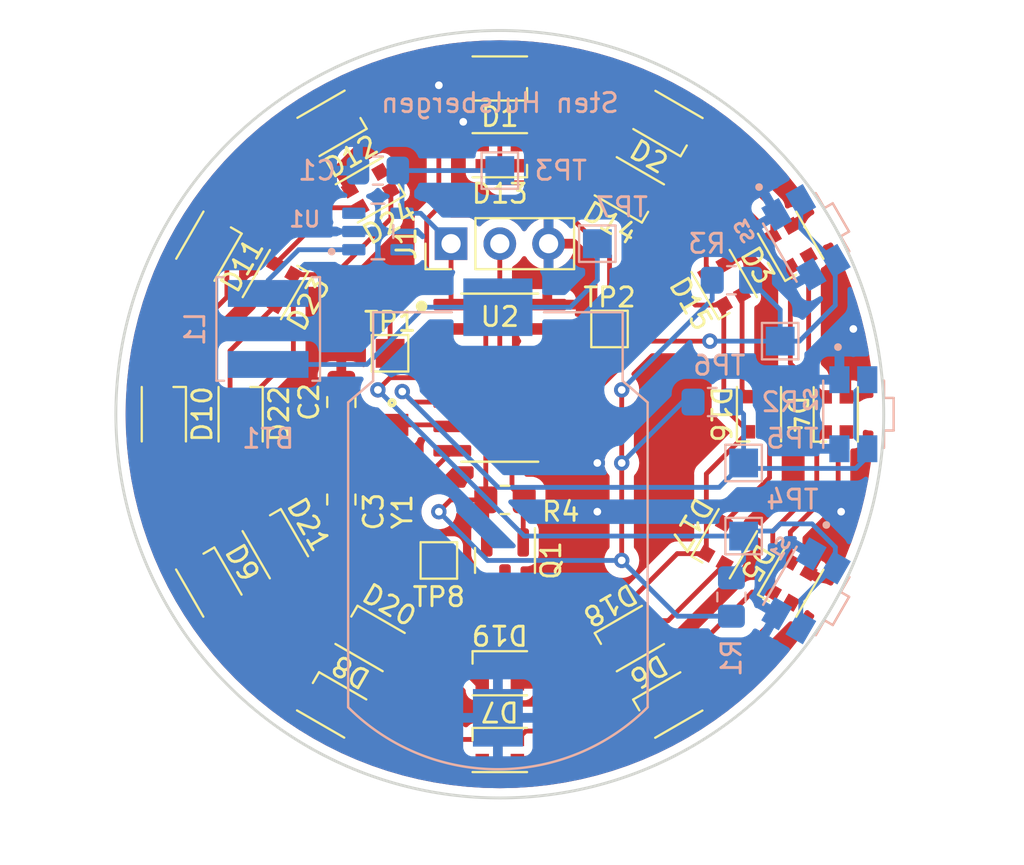
<source format=kicad_pcb>
(kicad_pcb (version 20211014) (generator pcbnew)
  (layers (0 "F.Cu" signal) (31 "B.Cu" signal) (34 "B.Paste" user) (35 "F.Paste" user) (36 "B.SilkS" user "B.Silkscreen") (37 "F.SilkS" user "F.Silkscreen") (38 "B.Mask" user) (39 "F.Mask" user) (44 "Edge.Cuts" user))
  (net 0 "")
  (net 1 "+5V")
  (net 2 "GND")
  (net 3 "TOSC1")
  (net 4 "TOSC2")
  (net 5 "VDD")
  (net 6 "Net-(D1-Pad2)")
  (net 7 "LEDS UREN")
  (net 8 "Net-(D2-Pad2)")
  (net 9 "Net-(D3-Pad2)")
  (net 10 "Net-(D4-Pad2)")
  (net 11 "Net-(D5-Pad2)")
  (net 12 "Net-(D6-Pad2)")
  (net 13 "Net-(D7-Pad2)")
  (net 14 "Net-(D8-Pad2)")
  (net 15 "Net-(D10-Pad4)")
  (net 16 "Net-(D10-Pad2)")
  (net 17 "Net-(D11-Pad2)")
  (net 19 "Net-(D13-Pad2)")
  (net 20 "LEDS MINUTEN")
  (net 21 "Net-(D14-Pad2)")
  (net 22 "Net-(D15-Pad2)")
  (net 23 "Net-(D16-Pad2)")
  (net 24 "Net-(D17-Pad2)")
  (net 25 "Net-(D18-Pad2)")
  (net 26 "Net-(D19-Pad2)")
  (net 27 "Net-(D20-Pad2)")
  (net 28 "Net-(D21-Pad2)")
  (net 29 "Net-(D22-Pad2)")
  (net 30 "Net-(D23-Pad2)")
  (net 32 "UDPI")
  (net 33 "VCC")
  (net 34 "Net-(L1-Pad2)")
  (net 35 "LEDS UIT")
  (net 36 "KNOP RECHTS")
  (net 37 "KNOP MIDDEN")
  (net 38 "KNOP LINKS")
  (footprint "LED_SMD:LED_WS2812B-2020_PLCC4_2.0x2.0mm" (layer "F.Cu") (at 66.320001 91.439022 -90)
    (fp_text reference "D10")
    (fp_text value "WS2812B" hide)
  )
  (footprint "LED_SMD:LED_WS2812B-2020_PLCC4_2.0x2.0mm" (layer "F.Cu") (at 95.506522 84.681656 120)
    (fp_text reference "D15")
    (fp_text value "WS2812B" hide)
  )
  (footprint "LED_SMD:LED_WS2812B-2020_PLCC4_2.0x2.0mm" (layer "F.Cu") (at 92.579258 76.289904 150)
    (fp_text reference "D2")
    (fp_text value "WS2812B" hide)
  )
  (footprint "Capacitor_SMD:C_0805_2012Metric_Pad1.18x1.45mm_HandSolder" (layer "F.Cu") (at 75.565 90.805 90)
    (fp_text reference "C2")
    (fp_text value "12pF" hide)
  )
  (footprint "TestPoint:TestPoint_Pad_1.5x1.5mm" (layer "F.Cu") (at 80.645 99.06)
    (fp_text reference "TP8")
    (fp_text value "LEDSW" hide)
  )
  (footprint "Resistor_SMD:R_0805_2012Metric_Pad1.20x1.40mm_HandSolder" (layer "F.Cu") (at 84.09 95.905)
    (fp_text reference "R4")
    (fp_text value "1k" hide)
  )
  (footprint "LED_SMD:LED_WS2812B-2020_PLCC4_2.0x2.0mm" (layer "F.Cu") (at 90.566247 79.746491 150)
    (fp_text reference "D14")
    (fp_text value "WS2812B" hide)
  )
  (footprint "Connector_PinHeader_2.54mm:PinHeader_1x03_P2.54mm_Vertical" (layer "F.Cu") (at 81.28 82.55 90)
    (fp_text reference "J1")
    (fp_text value "Conn_01x03" hide)
  )
  (footprint "LED_SMD:LED_WS2812B-2020_PLCC4_2.0x2.0mm" (layer "F.Cu") (at 83.82 73.94 180)
    (fp_text reference "D1")
    (fp_text value "WS2812B" hide)
  )
  (footprint "LED_SMD:LED_WS2812B-2020_PLCC4_2.0x2.0mm" (layer "F.Cu") (at 72.127245 98.187552 -60)
    (fp_text reference "D21")
    (fp_text value "WS2812B" hide)
  )
  (footprint "FX135A-327:OSCCC150X320X90-2N" (layer "F.Cu") (at 78.105 93.345 -90)
    (fp_text reference "Y1")
    (fp_text value "FX135A-327" hide)
  )
  (footprint "LED_SMD:LED_WS2812B-2020_PLCC4_2.0x2.0mm" (layer "F.Cu") (at 83.82 104.94)
    (fp_text reference "D19")
    (fp_text value "WS2812B" hide)
  )
  (footprint "LED_SMD:LED_WS2812B-2020_PLCC4_2.0x2.0mm" (layer "F.Cu") (at 68.670153 82.680312 -120)
    (fp_text reference "D11")
    (fp_text value "WS2812B" hide)
  )
  (footprint "LED_SMD:LED_WS2812B-2020_PLCC4_2.0x2.0mm" (layer "F.Cu") (at 83.82 108.939999)
    (fp_text reference "D7")
    (fp_text value "WS2812B" hide)
  )
  (footprint "LED_SMD:LED_WS2812B-2020_PLCC4_2.0x2.0mm" (layer "F.Cu") (at 75.060995 106.590241 -30)
    (fp_text reference "D8")
    (fp_text value "WS2812B" hide)
  )
  (footprint "LED_SMD:LED_WS2812B-2020_PLCC4_2.0x2.0mm" (layer "F.Cu") (at 90.568923 103.131965 30)
    (fp_text reference "D18")
    (fp_text value "WS2812B" hide)
  )
  (footprint "Package_TO_SOT_SMD:SOT-23" (layer "F.Cu") (at 84.09 99.06 -90)
    (fp_text reference "Q1")
    (fp_text value "BSS138" hide)
  )
  (footprint "LED_SMD:LED_WS2812B-2020_PLCC4_2.0x2.0mm" (layer "F.Cu") (at 97.32 91.44 90)
    (fp_text reference "D16")
    (fp_text value "WS2812B" hide)
  )
  (footprint "LED_SMD:LED_WS2812B-2020_PLCC4_2.0x2.0mm" (layer "F.Cu") (at 75.081851 76.277719 -150)
    (fp_text reference "D12")
    (fp_text value "WS2812B" hide)
  )
  (footprint "LED_SMD:LED_WS2812B-2020_PLCC4_2.0x2.0mm" (layer "F.Cu") (at 101.319997 91.450801 90)
    (fp_text reference "D4")
    (fp_text value "WS2812B" hide)
  )
  (footprint "LED_SMD:LED_WS2812B-2020_PLCC4_2.0x2.0mm" (layer "F.Cu") (at 70.32 91.44 -90)
    (fp_text reference "D22")
    (fp_text value "WS2812B" hide)
  )
  (footprint "LED_SMD:LED_WS2812B-2020_PLCC4_2.0x2.0mm" (layer "F.Cu") (at 77.063053 103.127328 -30)
    (fp_text reference "D20")
    (fp_text value "WS2812B" hide)
  )
  (footprint "LED_SMD:LED_WS2812B-2020_PLCC4_2.0x2.0mm" (layer "F.Cu") (at 83.82 77.94 180)
    (fp_text reference "D13")
    (fp_text value "WS2812B" hide)
  )
  (footprint "TestPoint:TestPoint_Pad_1.5x1.5mm" (layer "F.Cu") (at 89.535 86.995)
    (fp_text reference "TP2")
    (fp_text value "Data min" hide)
  )
  (footprint "LED_SMD:LED_WS2812B-2020_PLCC4_2.0x2.0mm" (layer "F.Cu") (at 72.132975 84.682526 -120)
    (fp_text reference "D23")
    (fp_text value "WS2812B" hide)
  )
  (footprint "Capacitor_SMD:C_0805_2012Metric_Pad1.18x1.45mm_HandSolder" (layer "F.Cu") (at 75.565 95.885 -90)
    (fp_text reference "C3")
    (fp_text value "12pF" hide)
  )
  (footprint "LED_SMD:LED_WS2812B-2020_PLCC4_2.0x2.0mm" (layer "F.Cu") (at 98.973245 82.686191 120)
    (fp_text reference "D3")
    (fp_text value "WS2812B" hide)
  )
  (footprint "LED_SMD:LED_WS2812B-2020_PLCC4_2.0x2.0mm" (layer "F.Cu") (at 68.662725 100.186827 -60)
    (fp_text reference "D9")
    (fp_text value "WS2812B" hide)
  )
  (footprint "LED_SMD:LED_WS2812B-2020_PLCC4_2.0x2.0mm" (layer "F.Cu") (at 95.512043 98.188788 60)
    (fp_text reference "D17")
    (fp_text value "WS2812B" hide)
  )
  (footprint "ATTINY414-SSF:SOIC127P600X175-14N" (layer "F.Cu") (at 83.82 89.535)
    (fp_text reference "U2")
    (fp_text value "ATTINY414-SSF" hide)
  )
  (footprint "LED_SMD:LED_WS2812B-2020_PLCC4_2.0x2.0mm" (layer "F.Cu") (at 92.568603 106.59625 30)
    (fp_text reference "D6")
    (fp_text value "WS2812B" hide)
  )
  (footprint "TestPoint:TestPoint_Pad_1.5x1.5mm" (layer "F.Cu") (at 78.105 88.265)
    (fp_text reference "TP1")
    (fp_text value "Data uren" hide)
  )
  (footprint "LED_SMD:LED_WS2812B-2020_PLCC4_2.0x2.0mm" (layer "F.Cu") (at 77.079142 79.743383 -150)
    (fp_text reference "D24")
    (fp_text value "WS2812B" hide)
  )
  (footprint "LED_SMD:LED_WS2812B-2020_PLCC4_2.0x2.0mm" (layer "F.Cu") (at 98.973516 100.193337 60)
    (fp_text reference "D5")
    (fp_text value "WS2812B" hide)
  )
  (footprint "EVQ-P7L01P:SW_EVQ-P7L01P" (layer "B.Cu") (at 102.235 91.44 -90)
    (fp_text reference "S2")
    (fp_text value "EVQ-P7L01P" hide)
  )
  (footprint "Inductor_SMD:L_Sunlord_SWPA5020S" (layer "B.Cu") (at 71.755 86.995 90)
    (fp_text reference "L1")
    (fp_text value "4.7uH" hide)
  )
  (footprint "S8421-45R:BAT_S8421-45R" (layer "B.Cu") (at 83.72 98.762681)
    (fp_text reference "BT1")
    (fp_text value "S8421-45R" hide)
  )
  (footprint "EVQ-P7L01P:SW_EVQ-P7L01P" (layer "B.Cu") (at 99.770596 100.642755 -120)
    (fp_text reference "S1")
    (fp_text value "EVQ-P7L01P" hide)
  )
  (footprint "TestPoint:TestPoint_Pad_1.5x1.5mm" (layer "B.Cu") (at 88.9 82.55 180)
    (fp_text reference "TP7")
    (fp_text value "3V" hide)
  )
  (footprint "TestPoint:TestPoint_Pad_1.5x1.5mm" (layer "B.Cu") (at 96.52 97.79 180)
    (fp_text reference "TP4")
    (fp_text value "BT1" hide)
  )
  (footprint "TPS613222ADBVT:SOT95P280X145-5N" (layer "B.Cu") (at 77.47 81.915)
    (fp_text reference "U1")
    (fp_text value "TPS613222ADBVT" hide)
  )
  (footprint "Resistor_SMD:R_0805_2012Metric_Pad1.20x1.40mm_HandSolder" (layer "B.Cu") (at 95.885 100.965 90)
    (fp_text reference "R1")
    (fp_text value "4k7" hide)
  )
  (footprint "TestPoint:TestPoint_Pad_1.5x1.5mm" (layer "B.Cu") (at 83.82 78.74 180)
    (fp_text reference "TP3")
    (fp_text value "5V" hide)
  )
  (footprint "TestPoint:TestPoint_Pad_1.5x1.5mm" (layer "B.Cu") (at 96.52 93.98 180)
    (fp_text reference "TP5")
    (fp_text value "BT2" hide)
  )
  (footprint "Resistor_SMD:R_0805_2012Metric_Pad1.20x1.40mm_HandSolder" (layer "B.Cu") (at 95.885 84.455)
    (fp_text reference "R3")
    (fp_text value "4k7" hide)
  )
  (footprint "EVQ-P7L01P:SW_EVQ-P7L01P" (layer "B.Cu") (at 99.767186 82.231336 -60)
    (fp_text reference "S3")
    (fp_text value "EVQ-P7L01P" hide)
  )
  (footprint "Resistor_SMD:R_0805_2012Metric_Pad1.20x1.40mm_HandSolder" (layer "B.Cu") (at 94.885 90.805)
    (fp_text reference "R2")
    (fp_text value "4k7" hide)
  )
  (footprint "TestPoint:TestPoint_Pad_1.5x1.5mm" (layer "B.Cu") (at 98.425 87.63 180)
    (fp_text reference "TP6")
    (fp_text value "BT3" hide)
  )
  (footprint "Capacitor_SMD:C_0805_2012Metric_Pad1.18x1.45mm_HandSolder" (layer "B.Cu") (at 77.47 78.74 180)
    (fp_text reference "C1")
    (fp_text value "22uF" hide)
  )
  (gr_circle (center 83.82 91.44) (end 103.82 91.44) (layer "Edge.Cuts") (width 0.15) (fill none))
  (gr_text "Sten Hulsbergen" (at 83.824567 75.21322) (layer "B.SilkS") (effects (font (size 1 1)) (justify mirror)))
  (segment (start 83.09 95.905) (end 83.09 86.36) (width 0.25) (layer "F.Cu") (net 1))
  (segment (start 90.17 93.98) (end 90.17 99.06) (width 0.25) (layer "F.Cu") (net 1))
  (segment (start 83.14 98.1225) (end 83.14 95.955) (width 0.25) (layer "F.Cu") (net 1))
  (segment (start 83.09 86.36) (end 82.455 85.725) (width 0.25) (layer "F.Cu") (net 1))
  (segment (start 81.28 85.66) (end 81.28 82.55) (width 0.25) (layer "F.Cu") (net 1))
  (segment (start 90.17 90.17) (end 90.17 93.98) (width 0.25) (layer "F.Cu") (net 1))
  (segment (start 81.26 95.905) (end 80.645 96.52) (width 0.25) (layer "F.Cu") (net 1))
  (segment (start 82.455 85.725) (end 81.345 85.725) (width 0.25) (layer "F.Cu") (net 1))
  (segment (start 83.09 95.905) (end 81.26 95.905) (width 0.25) (layer "F.Cu") (net 1))
  (via (at 90.17 90.17) (size 0.8) (drill 0.4) (layers "F.Cu" "B.Cu") (net 1))
  (via (at 90.17 93.98) (size 0.8) (drill 0.4) (layers "F.Cu" "B.Cu") (net 1))
  (via (at 80.645 96.52) (size 0.8) (drill 0.4) (layers "F.Cu" "B.Cu") (net 1))
  (via (at 90.17 99.06) (size 0.8) (drill 0.4) (layers "F.Cu" "B.Cu") (net 1))
  (segment (start 90.17 90.17) (end 94.885 85.455) (width 0.25) (layer "B.Cu") (net 1))
  (segment (start 90.17 93.98) (end 93.345 90.805) (width 0.25) (layer "B.Cu") (net 1))
  (segment (start 78.725 80.965) (end 78.725 78.9575) (width 0.25) (layer "B.Cu") (net 1))
  (segment (start 93.075 101.965) (end 95.885 101.965) (width 0.25) (layer "B.Cu") (net 1))
  (segment (start 78.5075 78.74) (end 83.82 78.74) (width 0.25) (layer "B.Cu") (net 1))
  (segment (start 93.345 90.805) (end 93.885 90.805) (width 0.25) (layer "B.Cu") (net 1))
  (segment (start 90.17 99.06) (end 93.075 101.965) (width 0.25) (layer "B.Cu") (net 1))
  (segment (start 83.185 99.06) (end 90.17 99.06) (width 0.25) (layer "B.Cu") (net 1))
  (segment (start 79.695 80.965) (end 78.725 80.965) (width 0.25) (layer "B.Cu") (net 1))
  (segment (start 80.645 96.52) (end 83.185 99.06) (width 0.25) (layer "B.Cu") (net 1))
  (segment (start 81.28 82.55) (end 79.695 80.965) (width 0.25) (layer "B.Cu") (net 1))
  (segment (start 94.885 85.455) (end 94.885 84.455) (width 0.25) (layer "B.Cu") (net 1))
  (via (at 88.9 93.98) (size 0.8) (drill 0.4) (layers "F.Cu" "B.Cu") (net 2))
  (via (at 102.235 86.995) (size 0.8) (drill 0.4) (layers "F.Cu" "B.Cu") (net 2))
  (via (at 80.645 74.295) (size 0.8) (drill 0.4) (layers "F.Cu" "B.Cu") (net 2))
  (via (at 88.9 96.52) (size 0.8) (drill 0.4) (layers "F.Cu" "B.Cu") (net 2))
  (via (at 101.6 96.52) (size 0.8) (drill 0.4) (layers "F.Cu" "B.Cu") (net 2))
  (via (at 81.915 76.2) (size 0.8) (drill 0.4) (layers "F.Cu" "B.Cu") (net 2))
  (segment (start 81.915 76.2) (end 81.915 75.565) (width 0.25) (layer "B.Cu") (net 2))
  (segment (start 81.915 75.565) (end 80.645 74.295) (width 0.25) (layer "B.Cu") (net 2))
  (segment (start 78.105 91.995) (end 81.265 91.995) (width 0.25) (layer "F.Cu") (net 3))
  (segment (start 75.7175 91.995) (end 78.105 91.995) (width 0.25) (layer "F.Cu") (net 3))
  (segment (start 79.995 94.695) (end 81.345 93.345) (width 0.25) (layer "F.Cu") (net 4))
  (segment (start 75.7175 94.695) (end 78.105 94.695) (width 0.25) (layer "F.Cu") (net 4))
  (segment (start 78.105 94.695) (end 79.995 94.695) (width 0.25) (layer "F.Cu") (net 4))
  (segment (start 72.990139 97.120139) (end 72.146059 97.120139) (width 0.25) (layer "F.Cu") (net 5))
  (segment (start 75.219887 84.165113) (end 78.146555 81.238445) (width 0.25) (layer "F.Cu") (net 5))
  (segment (start 89.50151 103.113151) (end 85.968151 103.113151) (width 0.25) (layer "F.Cu") (net 5))
  (segment (start 91.08366 82.82866) (end 94.004069 85.749069) (width 0.25) (layer "F.Cu") (net 5))
  (segment (start 81.5825 99.9975) (end 84.09 99.9975) (width 0.25) (layer "F.Cu") (net 5))
  (segment (start 67.945 98.382875) (end 67.945 91.599021) (width 0.25) (layer "F.Cu") (net 5))
  (segment (start 80.01 106.68) (end 77.302819 106.68) (width 0.25) (layer "F.Cu") (net 5))
  (segment (start 100.769997 92.365801) (end 100.33 92.805798) (width 0.25) (layer "F.Cu") (net 5))
  (segment (start 84.09 99.9975) (end 84.09 101.235) (width 0.25) (layer "F.Cu") (net 5))
  (segment (start 100.33 95.25) (end 98.039702 97.540298) (width 0.25) (layer "F.Cu") (net 5))
  (segment (start 90.337289 76.2) (end 91.361007 77.223718) (width 0.25) (layer "F.Cu") (net 5))
  (segment (start 95.487708 85.749069) (end 95.487708 91.072708) (width 0.25) (layer "F.Cu") (net 5))
  (segment (start 95.487708 91.072708) (end 96.77 92.355) (width 0.25) (layer "F.Cu") (net 5))
  (segment (start 70.399648 101.514648) (end 70.399648 100.441511) (width 0.25) (layer "F.Cu") (net 5))
  (segment (start 73.066789 84.165113) (end 75.219887 84.165113) (width 0.25) (layer "F.Cu") (net 5))
  (segment (start 91.50119 106.181424) (end 91.50119 106.577436) (width 0.25) (layer "F.Cu") (net 5))
  (segment (start 99.88 91.475804) (end 100.769997 92.365801) (width 0.25) (layer "F.Cu") (net 5))
  (segment (start 94.004069 85.749069) (end 95.487708 85.749069) (width 0.25) (layer "F.Cu") (net 5))
  (segment (start 83.979999 107.315) (end 82.905 108.389999) (width 0.25) (layer "F.Cu") (net 5))
  (segment (start 91.361007 77.223718) (end 93.096671 77.223718) (width 0.25) (layer "F.Cu") (net 5))
  (segment (start 81.719999 108.389999) (end 80.01 106.68) (width 0.25) (layer "F.Cu") (net 5))
  (segment (start 69.077551 99.119414) (end 68.681539 99.119414) (width 0.25) (layer "F.Cu") (net 5))
  (segment (start 98.558419 83.753604) (end 98.954431 83.753604) (width 0.25) (layer "F.Cu") (net 5))
  (segment (start 84.09 101.235) (end 85.968151 103.113151) (width 0.25) (layer "F.Cu") (net 5))
  (segment (start 84.181849 103.113151) (end 82.905 104.39) (width 0.25) (layer "F.Cu") (net 5))
  (segment (start 76.54564 100.67564) (end 72.990139 97.120139) (width 0.25) (layer "F.Cu") (net 5))
  (segment (start 87.63 76.2) (end 90.337289 76.2) (width 0.25) (layer "F.Cu") (net 5))
  (segment (start 99.88 89.721396) (end 99.88 91.475804) (width 0.25) (layer "F.Cu") (net 5))
  (segment (start 85.968151 103.113151) (end 84.181849 103.113151) (width 0.25) (layer "F.Cu") (net 5))
  (segment (start 83.82 76.2) (end 84.735 75.285) (width 0.25) (layer "F.Cu") (net 5))
  (segment (start 73.750358 78.014642) (end 74.827167 78.014642) (width 0.25) (layer "F.Cu") (net 5))
  (segment (start 84.135 78.49) (end 83.82 78.175) (width 0.25) (layer "F.Cu") (net 5))
  (segment (start 70.87 90.525) (end 73.066789 88.328211) (width 0.25) (layer "F.Cu") (net 5))
  (segment (start 94.578229 98.706201) (end 93.063799 98.706201) (width 0.25) (layer "F.Cu") (net 5))
  (segment (start 68.681539 99.119414) (end 67.945 98.382875) (width 0.25) (layer "F.Cu") (net 5))
  (segment (start 69.603967 82.161033) (end 73.750358 78.014642) (width 0.25) (layer "F.Cu") (net 5))
  (segment (start 96.77 92.355) (end 94.578229 94.546771) (width 0.25) (layer "F.Cu") (net 5))
  (segment (start 98.954431 88.795827) (end 99.88 89.721396) (width 0.25) (layer "F.Cu") (net 5))
  (segment (start 97.236322 81.361322) (end 97.236322 82.431507) (width 0.25) (layer "F.Cu") (net 5))
  (segment (start 70.399648 100.441511) (end 69.077551 99.119414) (width 0.25) (layer "F.Cu") (net 5))
  (segment (start 80.645 99.06) (end 81.5825 99.9975) (width 0.25) (layer "F.Cu") (net 5))
  (segment (start 76.279246 105.656427) (end 74.543582 105.656427) (width 0.25) (layer "F.Cu") (net 5))
  (segment (start 98.039702 97.540298) (end 98.039702 100.71075) (width 0.25) (layer "F.Cu") (net 5))
  (segment (start 67.945 91.599021) (end 66.870001 90.524022) (width 0.25) (layer "F.Cu") (net 5))
  (segment (start 82.905 108.389999) (end 81.719999 108.389999) (width 0.25) (layer "F.Cu") (net 5))
  (segment (start 80.708514 102.193514) (end 76.54564 102.193514) (width 0.25) (layer "F.Cu") (net 5))
  (segment (start 93.063799 98.706201) (end 89.50151 102.26849) (width 0.25) (layer "F.Cu") (net 5))
  (segment (start 94.578229 94.546771) (end 94.578229 98.706201) (width 0.25) (layer "F.Cu") (net 5))
  (segment (start 77.302819 106.68) (end 76.279246 105.656427) (width 0.25) (layer "F.Cu") (net 5))
  (segment (start 66.870001 88.069999) (end 69.603967 85.336033) (width 0.25) (layer "F.Cu") (net 5))
  (segment (start 84.735 78.49) (end 86.11 78.49) (width 0.25) (layer "F.Cu") (net 5))
  (segment (start 98.954431 83.753604) (end 98.954431 88.795827) (width 0.25) (layer "F.Cu") (net 5))
  (segment (start 73.066789 88.328211) (end 73.066789 84.165113) (width 0.25) (layer "F.Cu") (net 5))
  (segment (start 84.735 74.49) (end 85.92 74.49) (width 0.25) (layer "F.Cu") (net 5))
  (segment (start 84.735 78.49) (end 84.135 78.49) (width 0.25) (layer "F.Cu") (net 5))
  (segment (start 98.039702 100.71075) (end 96.971864 100.71075) (width 0.25) (layer "F.Cu") (net 5))
  (segment (start 93.098718 77.223718) (end 97.236322 81.361322) (width 0.25) (layer "F.Cu") (net 5))
  (segment (start 74.541427 105.656427) (end 70.399648 101.514648) (width 0.25) (layer "F.Cu") (net 5))
  (segment (start 72.146059 91.801059) (end 70.87 90.525) (width 0.25) (layer "F.Cu") (net 5))
  (segment (start 82.905 104.39) (end 80.708514 102.193514) (width 0.25) (layer "F.Cu") (net 5))
  (segment (start 74.827167 78.014642) (end 76.149264 76.692545) (width 0.25) (layer "F.Cu") (net 5))
  (segment (start 83.82 78.175) (end 83.82 76.2) (width 0.25) (layer "F.Cu") (net 5))
  (segment (start 76.149264 76.692545) (end 76.149264 76.296533) (width 0.25) (layer "F.Cu") (net 5))
  (segment (start 84.735 75.285) (end 84.735 74.49) (width 0.25) (layer "F.Cu") (net 5))
  (segment (start 86.11 78.49) (end 88.300305 80.680305) (width 0.25) (layer "F.Cu") (net 5))
  (segment (start 91.50119 106.577436) (end 90.763626 107.315) (width 0.25) (layer "F.Cu") (net 5))
  (segment (start 97.236322 82.431507) (end 98.558419 83.753604) (width 0.25) (layer "F.Cu") (net 5))
  (segment (start 76.54564 102.193514) (end 76.54564 100.67564) (width 0.25) (layer "F.Cu") (net 5))
  (segment (start 69.603967 85.336033) (end 69.603967 82.162899) (width 0.25) (layer "F.Cu") (net 5))
  (segment (start 91.08366 80.680305) (end 91.08366 82.82866) (width 0.25) (layer "F.Cu") (net 5))
  (segment (start 72.146059 97.120139) (end 72.146059 91.801059) (width 0.25) (layer "F.Cu") (net 5))
  (segment (start 88.300305 80.680305) (end 91.08366 80.680305) (width 0.25) (layer "F.Cu") (net 5))
  (segment (start 100.33 92.805798) (end 100.33 95.25) (width 0.25) (layer "F.Cu") (net 5))
  (segment (start 78.146555 81.238445) (end 78.146555 79.762197) (width 0.25) (layer "F.Cu") (net 5))
  (segment (start 66.870001 90.524022) (end 66.870001 88.069999) (width 0.25) (layer "F.Cu") (net 5))
  (segment (start 89.50151 102.26849) (end 89.50151 103.113151) (width 0.25) (layer "F.Cu") (net 5))
  (segment (start 90.763626 107.315) (end 83.979999 107.315) (width 0.25) (layer "F.Cu") (net 5))
  (segment (start 96.971864 100.71075) (end 91.50119 106.181424) (width 0.25) (layer "F.Cu") (net 5))
  (segment (start 85.92 74.49) (end 87.63 76.2) (width 0.25) (layer "F.Cu") (net 5))
  (segment (start 84.735 73.39) (end 86.091396 73.39) (width 0.25) (layer "F.Cu") (net 6))
  (segment (start 87.816396 75.115) (end 90.318127 75.115) (width 0.25) (layer "F.Cu") (net 6))
  (segment (start 86.091396 73.39) (end 87.816396 75.115) (width 0.25) (layer "F.Cu") (net 6))
  (segment (start 90.318127 75.115) (end 91.511845 76.308718) (width 0.25) (layer "F.Cu") (net 6))
  (segment (start 78.105 86.36) (end 78.105 88.265) (width 0.25) (layer "F.Cu") (net 7))
  (segment (start 82.355 74.49) (end 80.645 76.2) (width 0.25) (layer "F.Cu") (net 7))
  (segment (start 80.645 76.2) (end 80.645 80.645) (width 0.25) (layer "F.Cu") (net 7))
  (segment (start 78.105 88.265) (end 81.345 88.265) (width 0.25) (layer "F.Cu") (net 7))
  (segment (start 80.01 81.28) (end 80.01 84.455) (width 0.25) (layer "F.Cu") (net 7))
  (segment (start 82.905 74.49) (end 82.355 74.49) (width 0.25) (layer "F.Cu") (net 7))
  (segment (start 80.645 80.645) (end 80.01 81.28) (width 0.25) (layer "F.Cu") (net 7))
  (segment (start 80.01 84.455) (end 78.105 86.36) (width 0.25) (layer "F.Cu") (net 7))
  (segment (start 93.646671 76.27109) (end 98.039431 80.66385) (width 0.25) (layer "F.Cu") (net 8))
  (segment (start 98.039431 80.66385) (end 98.039431 82.168778) (width 0.25) (layer "F.Cu") (net 8))
  (segment (start 100.33 90.095804) (end 100.769997 90.535801) (width 0.25) (layer "F.Cu") (net 9))
  (segment (start 99.907059 89.112059) (end 100.33 89.535) (width 0.25) (layer "F.Cu") (net 9))
  (segment (start 100.33 89.535) (end 100.33 90.095804) (width 0.25) (layer "F.Cu") (net 9))
  (segment (start 99.907059 83.203604) (end 99.907059 89.112059) (width 0.25) (layer "F.Cu") (net 9))
  (segment (start 101.444997 92.790801) (end 101.444997 95.088899) (width 0.25) (layer "F.Cu") (net 10))
  (segment (start 101.869997 92.365801) (end 101.444997 92.790801) (width 0.25) (layer "F.Cu") (net 10))
  (segment (start 98.954702 97.579194) (end 98.954702 99.125924) (width 0.25) (layer "F.Cu") (net 10))
  (segment (start 101.444997 95.088899) (end 98.954702 97.579194) (width 0.25) (layer "F.Cu") (net 10))
  (segment (start 94.590644 105.662436) (end 93.086016 105.662436) (width 0.25) (layer "F.Cu") (net 11))
  (segment (start 98.99233 101.26075) (end 94.590644 105.662436) (width 0.25) (layer "F.Cu") (net 11))
  (segment (start 92.05119 107.530064) (end 91.631254 107.95) (width 0.25) (layer "F.Cu") (net 12))
  (segment (start 91.631254 107.95) (end 85.174999 107.95) (width 0.25) (layer "F.Cu") (net 12))
  (segment (start 85.174999 107.95) (end 84.735 108.389999) (width 0.25) (layer "F.Cu") (net 12))
  (segment (start 82.905 109.489999) (end 82.183603 109.489999) (width 0.25) (layer "F.Cu") (net 13))
  (segment (start 82.183603 109.489999) (end 80.008604 107.315) (width 0.25) (layer "F.Cu") (net 13))
  (segment (start 80.008604 107.315) (end 76.871981 107.315) (width 0.25) (layer "F.Cu") (net 13))
  (segment (start 76.871981 107.315) (end 76.128408 106.571427) (width 0.25) (layer "F.Cu") (net 13))
  (segment (start 69.596539 102.212012) (end 69.596539 100.70424) (width 0.25) (layer "F.Cu") (net 14))
  (segment (start 73.993582 106.609055) (end 69.596539 102.212012) (width 0.25) (layer "F.Cu") (net 14))
  (segment (start 67.728911 99.669414) (end 67.31 99.250503) (width 0.25) (layer "F.Cu") (net 15))
  (segment (start 67.31 92.794021) (end 66.870001 92.354022) (width 0.25) (layer "F.Cu") (net 15))
  (segment (start 67.31 99.250503) (end 67.31 92.794021) (width 0.25) (layer "F.Cu") (net 15))
  (segment (start 65.770001 87.899999) (end 68.688967 84.981033) (width 0.25) (layer "F.Cu") (net 16))
  (segment (start 68.688967 84.981033) (end 68.688967 83.747725) (width 0.25) (layer "F.Cu") (net 16))
  (segment (start 65.770001 90.524022) (end 65.770001 87.899999) (width 0.25) (layer "F.Cu") (net 16))
  (segment (start 73.052705 77.211533) (end 74.564438 77.211533) (width 0.25) (layer "F.Cu") (net 17))
  (segment (start 68.651339 81.612899) (end 73.052705 77.211533) (width 0.25) (layer "F.Cu") (net 17))
  (segment (start 88.655305 79.765305) (end 89.498834 79.765305) (width 0.25) (layer "F.Cu") (net 19))
  (segment (start 84.735 77.39) (end 86.28 77.39) (width 0.25) (layer "F.Cu") (net 19))
  (segment (start 86.28 77.39) (end 88.655305 79.765305) (width 0.25) (layer "F.Cu") (net 19))
  (segment (start 82.905 78.49) (end 83.79 79.375) (width 0.25) (layer "F.Cu") (net 20))
  (segment (start 83.79 79.375) (end 85.725 79.375) (width 0.25) (layer "F.Cu") (net 20))
  (segment (start 85.725 79.375) (end 89.535 83.185) (width 0.25) (layer "F.Cu") (net 20))
  (segment (start 86.295 86.995) (end 89.535 86.995) (width 0.25) (layer "F.Cu") (net 20))
  (segment (start 89.535 83.185) (end 89.535 86.995) (width 0.25) (layer "F.Cu") (net 20))
  (segment (start 91.63366 79.727677) (end 94.572708 82.666725) (width 0.25) (layer "F.Cu") (net 21))
  (segment (start 94.572708 82.666725) (end 94.572708 84.164243) (width 0.25) (layer "F.Cu") (net 21))
  (segment (start 96.440336 90.195336) (end 96.77 90.525) (width 0.25) (layer "F.Cu") (net 22))
  (segment (start 96.440336 85.199069) (end 96.440336 90.195336) (width 0.25) (layer "F.Cu") (net 22))
  (segment (start 97.87 92.355) (end 97.87 94.744604) (width 0.25) (layer "F.Cu") (net 23))
  (segment (start 97.87 94.744604) (end 95.493229 97.121375) (width 0.25) (layer "F.Cu") (net 23))
  (segment (start 92.588907 102.198151) (end 91.086336 102.198151) (width 0.25) (layer "F.Cu") (net 24))
  (segment (start 95.530857 99.256201) (end 92.588907 102.198151) (width 0.25) (layer "F.Cu") (net 24))
  (segment (start 85.059221 104.065779) (end 84.735 104.39) (width 0.25) (layer "F.Cu") (net 25))
  (segment (start 90.05151 104.065779) (end 85.059221 104.065779) (width 0.25) (layer "F.Cu") (net 25))
  (segment (start 80.248514 103.108514) (end 78.130466 103.108514) (width 0.25) (layer "F.Cu") (net 26))
  (segment (start 82.905 105.49) (end 82.63 105.49) (width 0.25) (layer "F.Cu") (net 26))
  (segment (start 82.63 105.49) (end 80.248514 103.108514) (width 0.25) (layer "F.Cu") (net 26))
  (segment (start 75.99564 103.146142) (end 73.061059 100.211561) (width 0.25) (layer "F.Cu") (net 27))
  (segment (start 73.061059 100.211561) (end 73.061059 98.704965) (width 0.25) (layer "F.Cu") (net 27))
  (segment (start 71.193431 92.678431) (end 70.87 92.355) (width 0.25) (layer "F.Cu") (net 28))
  (segment (start 71.193431 97.670139) (end 71.193431 92.678431) (width 0.25) (layer "F.Cu") (net 28))
  (segment (start 69.77 90.525) (end 69.77 88.131728) (width 0.25) (layer "F.Cu") (net 29))
  (segment (start 69.77 88.131728) (end 72.151789 85.749939) (width 0.25) (layer "F.Cu") (net 29))
  (segment (start 72.114161 83.615113) (end 75.052077 80.677197) (width 0.25) (layer "F.Cu") (net 30))
  (segment (start 75.052077 80.677197) (end 76.561729 80.677197) (width 0.25) (layer "F.Cu") (net 30))
  (segment (start 85.81 90.805) (end 83.82 88.815) (width 0.25) (layer "F.Cu") (net 32))
  (segment (start 83.82 88.815) (end 83.82 82.55) (width 0.25) (layer "F.Cu") (net 32))
  (segment (start 71.755 88.845) (end 76.89 88.845) (width 0.25) (layer "B.Cu") (net 33))
  (segment (start 76.89 88.845) (end 79.872319 85.862681) (width 0.25) (layer "B.Cu") (net 33))
  (segment (start 87.492319 85.862681) (end 88.9 84.455) (width 0.25) (layer "B.Cu") (net 33))
  (segment (start 83.72 85.862681) (end 87.492319 85.862681) (width 0.25) (layer "B.Cu") (net 33))
  (segment (start 88.9 84.455) (end 88.9 82.55) (width 0.25) (layer "B.Cu") (net 33))
  (segment (start 83.72 85.862681) (end 79.872319 85.862681) (width 0.25) (layer "B.Cu") (net 33))
  (segment (start 73.345 82.865) (end 76.215 82.865) (width 0.25) (layer "B.Cu") (net 34))
  (segment (start 71.755 84.455) (end 71.755 85.145) (width 0.25) (layer "B.Cu") (net 34))
  (segment (start 73.345 82.865) (end 71.755 84.455) (width 0.25) (layer "B.Cu") (net 34))
  (segment (start 84.985 95.8) (end 84.455 95.27) (width 0.25) (layer "F.Cu") (net 35))
  (segment (start 85.04 98.1225) (end 85.04 95.955) (width 0.25) (layer "F.Cu") (net 35))
  (segment (start 85.09 92.075) (end 86.295 92.075) (width 0.25) (layer "F.Cu") (net 35))
  (segment (start 84.455 95.27) (end 84.455 92.71) (width 0.25) (layer "F.Cu") (net 35))
  (segment (start 84.455 92.71) (end 85.09 92.075) (width 0.25) (layer "F.Cu") (net 35))
  (segment (start 77.47 90.17) (end 78.105 89.535) (width 0.25) (layer "F.Cu") (net 36))
  (segment (start 78.105 89.535) (end 81.345 89.535) (width 0.25) (layer "F.Cu") (net 36))
  (via (at 77.47 90.17) (size 0.8) (drill 0.4) (layers "F.Cu" "B.Cu") (net 36))
  (segment (start 85.09 97.79) (end 96.52 97.79) (width 0.25) (layer "B.Cu") (net 36))
  (segment (start 98.425 97.155) (end 100.08432 97.155) (width 0.25) (layer "B.Cu") (net 36))
  (segment (start 96.52 99.06) (end 96.52 97.79) (width 0.25) (layer "B.Cu") (net 36))
  (segment (start 99.498464 101.119003) (end 101.171058 99.446409) (width 0.25) (layer "B.Cu") (net 36))
  (segment (start 96.782309 97.527691) (end 98.052309 97.527691) (width 0.25) (layer "B.Cu") (net 36))
  (segment (start 95.885 99.695) (end 96.52 99.06) (width 0.25) (layer "B.Cu") (net 36))
  (segment (start 100.08432 97.155) (end 101.298464 98.369144) (width 0.25) (layer "B.Cu") (net 36))
  (segment (start 99.498464 102.564101) (end 99.498464 101.119003) (width 0.25) (layer "B.Cu") (net 36))
  (segment (start 101.298464 98.369144) (end 101.298464 99.446409) (width 0.25) (layer "B.Cu") (net 36))
  (segment (start 98.052309 97.527691) (end 98.425 97.155) (width 0.25) (layer "B.Cu") (net 36))
  (segment (start 77.47 90.17) (end 85.09 97.79) (width 0.25) (layer "B.Cu") (net 36))
  (segment (start 81.345 90.805) (end 79.2855 90.805) (width 0.25) (layer "F.Cu") (net 37))
  (segment (start 79.2855 90.805) (end 78.74 90.2595) (width 0.25) (layer "F.Cu") (net 37))
  (via (at 78.74 90.2595) (size 0.8) (drill 0.4) (layers "F.Cu" "B.Cu") (net 37))
  (segment (start 96.52 93.98) (end 96.52 91.44) (width 0.25) (layer "B.Cu") (net 37))
  (segment (start 102.36 90.24) (end 102.96 89.64) (width 0.25) (layer "B.Cu") (net 37))
  (segment (start 102.96 93.24) (end 102.36 92.64) (width 0.25) (layer "B.Cu") (net 37))
  (segment (start 83.7305 95.25) (end 78.74 90.2595) (width 0.25) (layer "B.Cu") (net 37))
  (segment (start 96.52 91.44) (end 95.885 90.805) (width 0.25) (layer "B.Cu") (net 37))
  (segment (start 83.7305 95.25) (end 95.25 95.25) (width 0.25) (layer "B.Cu") (net 37))
  (segment (start 96.805 94.265) (end 102.36 94.265) (width 0.25) (layer "B.Cu") (net 37))
  (segment (start 102.36 94.265) (end 102.96 93.665) (width 0.25) (layer "B.Cu") (net 37))
  (segment (start 95.25 95.25) (end 96.52 93.98) (width 0.25) (layer "B.Cu") (net 37))
  (segment (start 102.36 92.64) (end 102.36 90.24) (width 0.25) (layer "B.Cu") (net 37))
  (segment (start 88.265 92.075) (end 88.265 90.805) (width 0.25) (layer "F.Cu") (net 38))
  (segment (start 91.44 87.63) (end 94.763208 87.63) (width 0.25) (layer "F.Cu") (net 38))
  (segment (start 86.995 93.345) (end 88.265 92.075) (width 0.25) (layer "F.Cu") (net 38))
  (segment (start 88.265 90.805) (end 91.44 87.63) (width 0.25) (layer "F.Cu") (net 38))
  (via (at 94.763208 87.63) (size 0.8) (drill 0.4) (layers "F.Cu" "B.Cu") (net 38))
  (segment (start 101.167648 83.427682) (end 99.495054 81.755088) (width 0.25) (layer "B.Cu") (net 38))
  (segment (start 101.295054 85.759946) (end 101.295054 83.427682) (width 0.25) (layer "B.Cu") (net 38))
  (segment (start 99.425 87.63) (end 101.295054 85.759946) (width 0.25) (layer "B.Cu") (net 38))
  (segment (start 94.763208 87.63) (end 98.425 87.63) (width 0.25) (layer "B.Cu") (net 38))
  (segment (start 98.425 85.995) (end 98.425 87.63) (width 0.25) (layer "B.Cu") (net 38))
  (segment (start 99.495054 81.755088) (end 99.495054 80.30999) (width 0.25) (layer "B.Cu") (net 38))
  (segment (start 96.885 84.455) (end 98.425 85.995) (width 0.25) (layer "B.Cu") (net 38))
  (segment (start 98.425 87.63) (end 99.425 87.63) (width 0.25) (layer "B.Cu") (net 38))
  (zone (net 2) (net_name "GND") (layers F&B.Cu) (connect_pads (clearance 0.508)) (min_thickness 0.254) (fill yes (thermal_gap 0.508) (thermal_bridge_width 0.508))
    (polygon (pts (xy 111.125 70.485) (xy 106.68 114.935) (xy 57.785 113.03) (xy 59.055 69.85)))
  )
)
</source>
